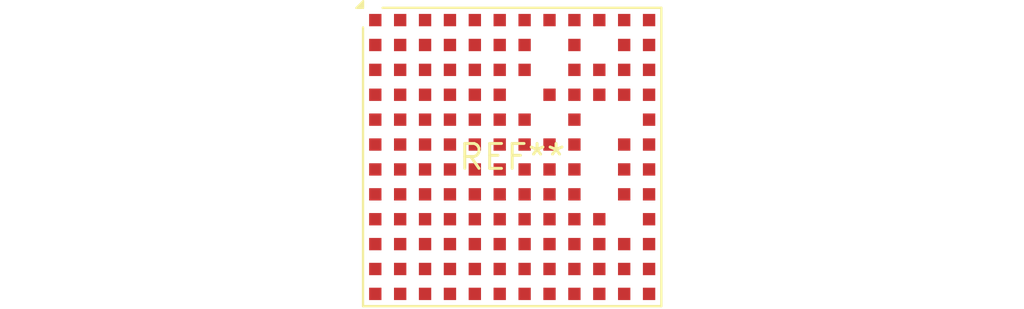
<source format=kicad_pcb>
(kicad_pcb (version 20240108) (generator pcbnew)
  (layers (0 "F.Cu" signal) (31 "B.Cu" signal) (34 "B.Paste" user) (35 "F.Paste" user) (36 "B.SilkS" user "B.Silkscreen") (37 "F.SilkS" user "F.Silkscreen") (38 "B.Mask" user) (39 "F.Mask" user) (44 "Edge.Cuts" user))
  (net 0 "")
  (footprint "Linear_LGA-133_15.0x15.0mm_Layout12x12_P1.27mm" (layer "F.Cu") (at 0 0)
    (property "Reference" "REF**")
    (property "Value" "Linear_LGA-133_15.0x15.0mm_Layout12x12_P1.27mm")
    (fp_line (start -7.61 7.61) (end -7.61 -6.61) (layer "F.SilkS") (stroke (width 0.12)))
    (fp_line (start -7.61 7.61) (end 7.61 7.61) (layer "F.SilkS") (stroke (width 0.12)))
    (fp_line (start 7.61 -7.61) (end -6.61 -7.61) (layer "F.SilkS") (stroke (width 0.12)))
    (fp_line (start 7.61 -7.61) (end 7.61 7.61) (layer "F.SilkS") (stroke (width 0.12)))
    (fp_poly (pts (xy -7.6 -7.6) (xy -7.96 -7.6) (xy -7.6 -7.96) (xy -7.6 -7.6)) (layer "F.SilkS") (stroke (width 0.1)) (fill solid))
    (pad "A1" smd rect (at -6.985 -6.985) (size 0.63 0.63) (layers "F.Cu" "F.Paste" "F.Mask"))
    (pad "A2" smd rect (at -5.715 -6.985) (size 0.63 0.63) (layers "F.Cu" "F.Paste" "F.Mask"))
    (pad "A3" smd rect (at -4.445 -6.985) (size 0.63 0.63) (layers "F.Cu" "F.Paste" "F.Mask"))
    (pad "A4" smd rect (at -3.175 -6.985) (size 0.63 0.63) (layers "F.Cu" "F.Paste" "F.Mask"))
    (pad "A5" smd rect (at -1.905 -6.985) (size 0.63 0.63) (layers "F.Cu" "F.Paste" "F.Mask"))
    (pad "A6" smd rect (at -0.635 -6.985) (size 0.63 0.63) (layers "F.Cu" "F.Paste" "F.Mask"))
    (pad "A7" smd rect (at 0.635 -6.985) (size 0.63 0.63) (layers "F.Cu" "F.Paste" "F.Mask"))
    (pad "A8" smd rect (at 1.905 -6.985) (size 0.63 0.63) (layers "F.Cu" "F.Paste" "F.Mask"))
    (pad "A9" smd rect (at 3.175 -6.985) (size 0.63 0.63) (layers "F.Cu" "F.Paste" "F.Mask"))
    (pad "A10" smd rect (at 4.445 -6.985) (size 0.63 0.63) (layers "F.Cu" "F.Paste" "F.Mask"))
    (pad "A11" smd rect (at 5.715 -6.985) (size 0.63 0.63) (layers "F.Cu" "F.Paste" "F.Mask"))
    (pad "A12" smd rect (at 6.985 -6.985) (size 0.63 0.63) (layers "F.Cu" "F.Paste" "F.Mask"))
    (pad "B1" smd rect (at -6.985 -5.715) (size 0.63 0.63) (layers "F.Cu" "F.Paste" "F.Mask"))
    (pad "B2" smd rect (at -5.715 -5.715) (size 0.63 0.63) (layers "F.Cu" "F.Paste" "F.Mask"))
    (pad "B3" smd rect (at -4.445 -5.715) (size 0.63 0.63) (layers "F.Cu" "F.Paste" "F.Mask"))
    (pad "B4" smd rect (at -3.175 -5.715) (size 0.63 0.63) (layers "F.Cu" "F.Paste" "F.Mask"))
    (pad "B5" smd rect (at -1.905 -5.715) (size 0.63 0.63) (layers "F.Cu" "F.Paste" "F.Mask"))
    (pad "B6" smd rect (at -0.635 -5.715) (size 0.63 0.63) (layers "F.Cu" "F.Paste" "F.Mask"))
    (pad "B7" smd rect (at 0.635 -5.715) (size 0.63 0.63) (layers "F.Cu" "F.Paste" "F.Mask"))
    (pad "B9" smd rect (at 3.175 -5.715) (size 0.63 0.63) (layers "F.Cu" "F.Paste" "F.Mask"))
    (pad "B11" smd rect (at 5.715 -5.715) (size 0.63 0.63) (layers "F.Cu" "F.Paste" "F.Mask"))
    (pad "B12" smd rect (at 6.985 -5.715) (size 0.63 0.63) (layers "F.Cu" "F.Paste" "F.Mask"))
    (pad "C1" smd rect (at -6.985 -4.445) (size 0.63 0.63) (layers "F.Cu" "F.Paste" "F.Mask"))
    (pad "C2" smd rect (at -5.715 -4.445) (size 0.63 0.63) (layers "F.Cu" "F.Paste" "F.Mask"))
    (pad "C3" smd rect (at -4.445 -4.445) (size 0.63 0.63) (layers "F.Cu" "F.Paste" "F.Mask"))
    (pad "C4" smd rect (at -3.175 -4.445) (size 0.63 0.63) (layers "F.Cu" "F.Paste" "F.Mask"))
    (pad "C5" smd rect (at -1.905 -4.445) (size 0.63 0.63) (layers "F.Cu" "F.Paste" "F.Mask"))
    (pad "C6" smd rect (at -0.635 -4.445) (size 0.63 0.63) (layers "F.Cu" "F.Paste" "F.Mask"))
    (pad "C7" smd rect (at 0.635 -4.445) (size 0.63 0.63) (layers "F.Cu" "F.Paste" "F.Mask"))
    (pad "C9" smd rect (at 3.175 -4.445) (size 0.63 0.63) (layers "F.Cu" "F.Paste" "F.Mask"))
    (pad "C10" smd rect (at 4.445 -4.445) (size 0.63 0.63) (layers "F.Cu" "F.Paste" "F.Mask"))
    (pad "C11" smd rect (at 5.715 -4.445) (size 0.63 0.63) (layers "F.Cu" "F.Paste" "F.Mask"))
    (pad "C12" smd rect (at 6.985 -4.445) (size 0.63 0.63) (layers "F.Cu" "F.Paste" "F.Mask"))
    (pad "D1" smd rect (at -6.985 -3.175) (size 0.63 0.63) (layers "F.Cu" "F.Paste" "F.Mask"))
    (pad "D2" smd rect (at -5.715 -3.175) (size 0.63 0.63) (layers "F.Cu" "F.Paste" "F.Mask"))
    (pad "D3" smd rect (at -4.445 -3.175) (size 0.63 0.63) (layers "F.Cu" "F.Paste" "F.Mask"))
    (pad "D4" smd rect (at -3.175 -3.175) (size 0.63 0.63) (layers "F.Cu" "F.Paste" "F.Mask"))
    (pad "D5" smd rect (at -1.905 -3.175) (size 0.63 0.63) (layers "F.Cu" "F.Paste" "F.Mask"))
    (pad "D6" smd rect (at -0.635 -3.175) (size 0.63 0.63) (layers "F.Cu" "F.Paste" "F.Mask"))
    (pad "D8" smd rect (at 1.905 -3.175) (size 0.63 0.63) (layers "F.Cu" "F.Paste" "F.Mask"))
    (pad "D9" smd rect (at 3.175 -3.175) (size 0.63 0.63) (layers "F.Cu" "F.Paste" "F.Mask"))
    (pad "D10" smd rect (at 4.445 -3.175) (size 0.63 0.63) (layers "F.Cu" "F.Paste" "F.Mask"))
    (pad "D11" smd rect (at 5.715 -3.175) (size 0.63 0.63) (layers "F.Cu" "F.Paste" "F.Mask"))
    (pad "D12" smd rect (at 6.985 -3.175) (size 0.63 0.63) (layers "F.Cu" "F.Paste" "F.Mask"))
    (pad "E1" smd rect (at -6.985 -1.905) (size 0.63 0.63) (layers "F.Cu" "F.Paste" "F.Mask"))
    (pad "E2" smd rect (at -5.715 -1.905) (size 0.63 0.63) (layers "F.Cu" "F.Paste" "F.Mask"))
    (pad "E3" smd rect (at -4.445 -1.905) (size 0.63 0.63) (layers "F.Cu" "F.Paste" "F.Mask"))
    (pad "E4" smd rect (at -3.175 -1.905) (size 0.63 0.63) (layers "F.Cu" "F.Paste" "F.Mask"))
    (pad "E5" smd rect (at -1.905 -1.905) (size 0.63 0.63) (layers "F.Cu" "F.Paste" "F.Mask"))
    (pad "E6" smd rect (at -0.635 -1.905) (size 0.63 0.63) (layers "F.Cu" "F.Paste" "F.Mask"))
    (pad "E7" smd rect (at 0.635 -1.905) (size 0.63 0.63) (layers "F.Cu" "F.Paste" "F.Mask"))
    (pad "E9" smd rect (at 3.175 -1.905) (size 0.63 0.63) (layers "F.Cu" "F.Paste" "F.Mask"))
    (pad "E12" smd rect (at 6.985 -1.905) (size 0.63 0.63) (layers "F.Cu" "F.Paste" "F.Mask"))
    (pad "F1" smd rect (at -6.985 -0.635) (size 0.63 0.63) (layers "F.Cu" "F.Paste" "F.Mask"))
    (pad "F2" smd rect (at -5.715 -0.635) (size 0.63 0.63) (layers "F.Cu" "F.Paste" "F.Mask"))
    (pad "F3" smd rect (at -4.445 -0.635) (size 0.63 0.63) (layers "F.Cu" "F.Paste" "F.Mask"))
    (pad "F4" smd rect (at -3.175 -0.635) (size 0.63 0.63) (layers "F.Cu" "F.Paste" "F.Mask"))
    (pad "F5" smd rect (at -1.905 -0.635) (size 0.63 0.63) (layers "F.Cu" "F.Paste" "F.Mask"))
    (pad "F6" smd rect (at -0.635 -0.635) (size 0.63 0.63) (layers "F.Cu" "F.Paste" "F.Mask"))
    (pad "F7" smd rect (at 0.635 -0.635) (size 0.63 0.63) (layers "F.Cu" "F.Paste" "F.Mask"))
    (pad "F8" smd rect (at 1.905 -0.635) (size 0.63 0.63) (layers "F.Cu" "F.Paste" "F.Mask"))
    (pad "F9" smd rect (at 3.175 -0.635) (size 0.63 0.63) (layers "F.Cu" "F.Paste" "F.Mask"))
    (pad "F11" smd rect (at 5.715 -0.635) (size 0.63 0.63) (layers "F.Cu" "F.Paste" "F.Mask"))
    (pad "F12" smd rect (at 6.985 -0.635) (size 0.63 0.63) (layers "F.Cu" "F.Paste" "F.Mask"))
    (pad "G1" smd rect (at -6.985 0.635) (size 0.63 0.63) (layers "F.Cu" "F.Paste" "F.Mask"))
    (pad "G2" smd rect (at -5.715 0.635) (size 0.63 0.63) (layers "F.Cu" "F.Paste" "F.Mask"))
    (pad "G3" smd rect (at -4.445 0.635) (size 0.63 0.63) (layers "F.Cu" "F.Paste" "F.Mask"))
    (pad "G4" smd rect (at -3.175 0.635) (size 0.63 0.63) (layers "F.Cu" "F.Paste" "F.Mask"))
    (pad "G5" smd rect (at -1.905 0.635) (size 0.63 0.63) (layers "F.Cu" "F.Paste" "F.Mask"))
    (pad "G6" smd rect (at -0.635 0.635) (size 0.63 0.63) (layers "F.Cu" "F.Paste" "F.Mask"))
    (pad "G7" smd rect (at 0.635 0.635) (size 0.63 0.63) (layers "F.Cu" "F.Paste" "F.Mask"))
    (pad "G8" smd rect (at 1.905 0.635) (size 0.63 0.63) (layers "F.Cu" "F.Paste" "F.Mask"))
    (pad "G9" smd rect (at 3.175 0.635) (size 0.63 0.63) (layers "F.Cu" "F.Paste" "F.Mask"))
    (pad "G11" smd rect (at 5.715 0.635) (size 0.63 0.63) (layers "F.Cu" "F.Paste" "F.Mask"))
    (pad "G12" smd rect (at 6.985 0.635) (size 0.63 0.63) (layers "F.Cu" "F.Paste" "F.Mask"))
    (pad "H1" smd rect (at -6.985 1.905) (size 0.63 0.63) (layers "F.Cu" "F.Paste" "F.Mask"))
    (pad "H2" smd rect (at -5.715 1.905) (size 0.63 0.63) (layers "F.Cu" "F.Paste" "F.Mask"))
    (pad "H3" smd rect (at -4.445 1.905) (size 0.63 0.63) (layers "F.Cu" "F.Paste" "F.Mask"))
    (pad "H4" smd rect (at -3.175 1.905) (size 0.63 0.63) (layers "F.Cu" "F.Paste" "F.Mask"))
    (pad "H5" smd rect (at -1.905 1.905) (size 0.63 0.63) (layers "F.Cu" "F.Paste" "F.Mask"))
    (pad "H6" smd rect (at -0.635 1.905) (size 0.63 0.63) (layers "F.Cu" "F.Paste" "F.Mask"))
    (pad "H7" smd rect (at 0.635 1.905) (size 0.63 0.63) (layers "F.Cu" "F.Paste" "F.Mask"))
    (pad "H8" smd rect (at 1.905 1.905) (size 0.63 0.63) (layers "F.Cu" "F.Paste" "F.Mask"))
    (pad "H9" smd rect (at 3.175 1.905) (size 0.63 0.63) (layers "F.Cu" "F.Paste" "F.Mask"))
    (pad "H11" smd rect (at 5.715 1.905) (size 0.63 0.63) (layers "F.Cu" "F.Paste" "F.Mask"))
    (pad "H12" smd rect (at 6.985 1.905) (size 0.63 0.63) (layers "F.Cu" "F.Paste" "F.Mask"))
    (pad "J1" smd rect (at -6.985 3.175) (size 0.63 0.63) (layers "F.Cu" "F.Paste" "F.Mask"))
    (pad "J2" smd rect (at -5.715 3.175) (size 0.63 0.63) (layers "F.Cu" "F.Paste" "F.Mask"))
    (pad "J3" smd rect (at -4.445 3.175) (size 0.63 0.63) (layers "F.Cu" "F.Paste" "F.Mask"))
    (pad "J4" smd rect (at -3.175 3.175) (size 0.63 0.63) (layers "F.Cu" "F.Paste" "F.Mask"))
    (pad "J5" smd rect (at -1.905 3.175) (size 0.63 0.63) (layers "F.Cu" "F.Paste" "F.Mask"))
    (pad "J6" smd rect (at -0.635 3.175) (size 0.63 0.63) (layers "F.Cu" "F.Paste" "F.Mask"))
    (pad "J7" smd rect (at 0.635 3.175) (size 0.63 0.63) (layers "F.Cu" "F.Paste" "F.Mask"))
    (pad "J8" smd rect (at 1.905 3.175) (size 0.63 0.63) (layers "F.Cu" "F.Paste" "F.Mask"))
    (pad "J9" smd rect (at 3.175 3.175) (size 0.63 0.63) (layers "F.Cu" "F.Paste" "F.Mask"))
    (pad "J10" smd rect (at 4.445 3.175) (size 0.63 0.63) (layers "F.Cu" "F.Paste" "F.Mask"))
    (pad "J12" smd rect (at 6.985 3.175) (size 0.63 0.63) (layers "F.Cu" "F.Paste" "F.Mask"))
    (pad "K1" smd rect (at -6.985 4.445) (size 0.63 0.63) (layers "F.Cu" "F.Paste" "F.Mask"))
    (pad "K2" smd rect (at -5.715 4.445) (size 0.63 0.63) (layers "F.Cu" "F.Paste" "F.Mask"))
    (pad "K3" smd rect (at -4.445 4.445) (size 0.63 0.63) (layers "F.Cu" "F.Paste" "F.Mask"))
    (pad "K4" smd rect (at -3.175 4.445) (size 0.63 0.63) (layers "F.Cu" "F.Paste" "F.Mask"))
    (pad "K5" smd rect (at -1.905 4.445) (size 0.63 0.63) (layers "F.Cu" "F.Paste" "F.Mask"))
    (pad "K6" smd rect (at -0.635 4.445) (size 0.63 0.63) (layers "F.Cu" "F.Paste" "F.Mask"))
    (pad "K7" smd rect (at 0.635 4.445) (size 0.63 0.63) (layers "F.Cu" "F.Paste" "F.Mask"))
    (pad "K8" smd rect (at 1.905 4.445) (size 0.63 0.63) (layers "F.Cu" "F.Paste" "F.Mask"))
    (pad "K9" smd rect (at 3.175 4.445) (size 0.63 0.63) (layers "F.Cu" "F.Paste" "F.Mask"))
    (pad "K10" smd rect (at 4.445 4.445) (size 0.63 0.63) (layers "F.Cu" "F.Paste" "F.Mask"))
    (pad "K11" smd rect (at 5.715 4.445) (size 0.63 0.63) (layers "F.Cu" "F.Paste" "F.Mask"))
    (pad "K12" smd rect (at 6.985 4.445) (size 0.63 0.63) (layers "F.Cu" "F.Paste" "F.Mask"))
    (pad "L1" smd rect (at -6.985 5.715) (size 0.63 0.63) (layers "F.Cu" "F.Paste" "F.Mask"))
    (pad "L2" smd rect (at -5.715 5.715) (size 0.63 0.63) (layers "F.Cu" "F.Paste" "F.Mask"))
    (pad "L3" smd rect (at -4.445 5.715) (size 0.63 0.63) (layers "F.Cu" "F.Paste" "F.Mask"))
    (pad "L4" smd rect (at -3.175 5.715) (size 0.63 0.63) (layers "F.Cu" "F.Paste" "F.Mask"))
    (pad "L5" smd rect (at -1.905 5.715) (size 0.63 0.63) (layers "F.Cu" "F.Paste" "F.Mask"))
    (pad "L6" smd rect (at -0.635 5.715) (size 0.63 0.63) (layers "F.Cu" "F.Paste" "F.Mask"))
    (pad "L7" smd rect (at 0.635 5.715) (size 0.63 0.63) (layers "F.Cu" "F.Paste" "F.Mask"))
    (pad "L8" smd rect (at 1.905 5.715) (size 0.63 0.63) (layers "F.Cu" "F.Paste" "F.Mask"))
    (pad "L9" smd rect (at 3.175 5.715) (size 0.63 0.63) (layers "F.Cu" "F.Paste" "F.Mask"))
    (pad "L10" smd rect (at 4.445 5.715) (size 0.63 0.63) (layers "F.Cu" "F.Paste" "F.Mask"))
    (pad "L11" smd rect (at 5.715 5.715) (size 0.63 0.63) (layers "F.Cu" "F.Paste" "F.Mask"))
    (pad "L12" smd rect (at 6.985 5.715) (size 0.63 0.63) (layers "F.Cu" "F.Paste" "F.Mask"))
    (pad "M1" smd rect (at -6.985 6.985) (size 0.63 0.63) (layers "F.Cu" "F.Paste" "F.Mask"))
    (pad "M2" smd rect (at -5.715 6.985) (size 0.63 0.63) (layers "F.Cu" "F.Paste" "F.Mask"))
    (pad "M3" smd rect (at -4.445 6.985) (size 0.63 0.63) (layers "F.Cu" "F.Paste" "F.Mask"))
    (pad "M4" smd rect (at -3.175 6.985) (size 0.63 0.63) (layers "F.Cu" "F.Paste" "F.Mask"))
    (pad "M5" smd rect (at -1.905 6.985) (size 0.63 0.63) (layers "F.Cu" "F.Paste" "F.Mask"))
    (pad "M6" smd rect (at -0.635 6.985) (size 0.63 0.63) (layers "F.Cu" "F.Paste" "F.Mask"))
    (pad "M7" smd rect (at 0.635 6.985) (size 0.63 0.63) (layers "F.Cu" "F.Paste" "F.Mask"))
    (pad "M8" smd rect (at 1.905 6.985) (size 0.63 0.63) (layers "F.Cu" "F.Paste" "F.Mask"))
    (pad "M9" smd rect (at 3.175 6.985) (size 0.63 0.63) (layers "F.Cu" "F.Paste" "F.Mask"))
    (pad "M10" smd rect (at 4.445 6.985) (size 0.63 0.63) (layers "F.Cu" "F.Paste" "F.Mask"))
    (pad "M11" smd rect (at 5.715 6.985) (size 0.63 0.63) (layers "F.Cu" "F.Paste" "F.Mask"))
    (pad "M12" smd rect (at 6.985 6.985) (size 0.63 0.63) (layers "F.Cu" "F.Paste" "F.Mask"))
  )
)
</source>
